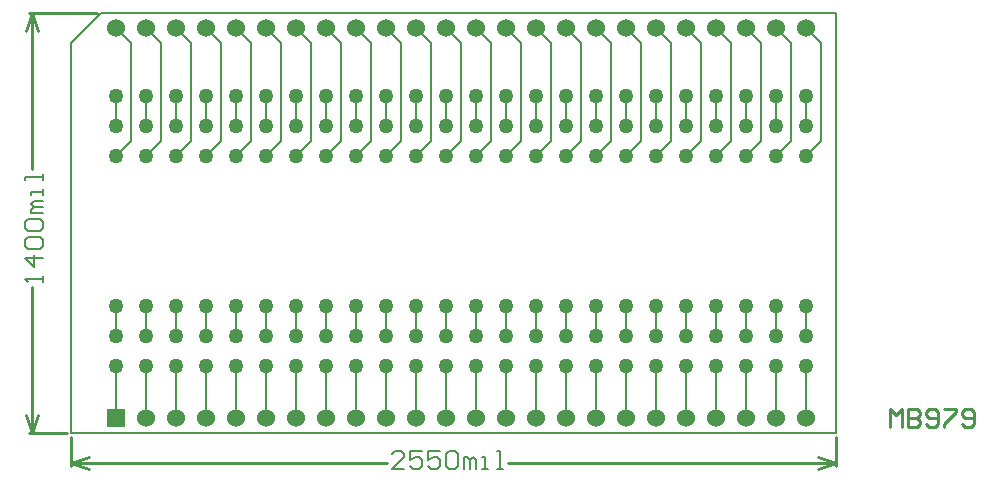
<source format=gbr>
%FSTAX23Y23*%
%MOIN*%
%SFA1B1*%

%IPPOS*%
%ADD10C,0.008000*%
%ADD11C,0.010000*%
%ADD12C,0.005000*%
%ADD13C,0.006000*%
%ADD14C,0.050000*%
%ADD15C,0.060000*%
%ADD16R,0.060000X0.060000*%
%LNmb979-1*%
%LPD*%
G54D10*
X503Y513D02*
X5035Y5125D01*
Y50925D02*
Y5125D01*
X503Y50875D02*
X5035Y50925D01*
X503Y50975D02*
Y51075D01*
X502Y513D02*
X5025Y5125D01*
Y50925D02*
Y5125D01*
X502Y50875D02*
X5025Y50925D01*
X502Y50975D02*
Y51075D01*
X501Y513D02*
X5015Y5125D01*
Y50925D02*
Y5125D01*
X501Y50875D02*
X5015Y50925D01*
X501Y50975D02*
Y51075D01*
X5005Y50925D02*
Y5125D01*
X5Y50875D02*
X5005Y50925D01*
X5Y513D02*
X5005Y5125D01*
X5Y50975D02*
Y51075D01*
X499Y513D02*
X4995Y5125D01*
Y50925D02*
Y5125D01*
X499Y50875D02*
X4995Y50925D01*
X499Y50975D02*
Y51075D01*
X498Y513D02*
X4985Y5125D01*
Y50925D02*
Y5125D01*
X498Y50875D02*
X4985Y50925D01*
X498Y50975D02*
Y51075D01*
X497Y513D02*
X4975Y5125D01*
Y50925D02*
Y5125D01*
X497Y50875D02*
X4975Y50925D01*
X497Y50975D02*
Y51075D01*
X496Y513D02*
X4965Y5125D01*
Y50925D02*
Y5125D01*
X496Y50875D02*
X4965Y50925D01*
X496Y50975D02*
Y51075D01*
X495Y513D02*
X4955Y5125D01*
Y50925D02*
Y5125D01*
X495Y50875D02*
X4955Y50925D01*
X495Y50975D02*
Y51075D01*
X494Y513D02*
X4945Y5125D01*
Y50925D02*
Y5125D01*
X494Y50875D02*
X4945Y50925D01*
X494Y50975D02*
Y51075D01*
X493Y513D02*
X4935Y5125D01*
Y50925D02*
Y5125D01*
X493Y50875D02*
X4935Y50925D01*
X493Y50975D02*
Y51075D01*
X492Y513D02*
X4925Y5125D01*
Y50925D02*
Y5125D01*
X492Y50875D02*
X4925Y50925D01*
X492Y50975D02*
Y51075D01*
X491Y513D02*
X4915Y5125D01*
Y50925D02*
Y5125D01*
X491Y50875D02*
X4915Y50925D01*
X491Y50975D02*
Y51075D01*
X49Y513D02*
X4905Y5125D01*
Y50925D02*
Y5125D01*
X49Y50875D02*
X4905Y50925D01*
X49Y50975D02*
Y51075D01*
X489Y513D02*
X4895Y5125D01*
Y50925D02*
Y5125D01*
X489Y50875D02*
X4895Y50925D01*
X489Y50975D02*
Y51075D01*
X488Y513D02*
X4885Y5125D01*
Y50925D02*
Y5125D01*
X488Y50875D02*
X4885Y50925D01*
X488Y50975D02*
Y51075D01*
X4875Y50925D02*
Y5125D01*
X487Y513D02*
X4875Y5125D01*
X487Y50875D02*
X4875Y50925D01*
X487Y50975D02*
Y51075D01*
X486Y513D02*
X4865Y5125D01*
Y50925D02*
Y5125D01*
X486Y50875D02*
X4865Y50925D01*
X486Y50975D02*
Y51075D01*
X485Y513D02*
X4855Y5125D01*
Y50925D02*
Y5125D01*
X485Y50875D02*
X4855Y50925D01*
X485Y50975D02*
Y51075D01*
X484Y50975D02*
Y51075D01*
Y513D02*
X4845Y5125D01*
Y50925D02*
Y5125D01*
X484Y50875D02*
X4845Y50925D01*
X483Y50875D02*
X4835Y50925D01*
Y5125*
X483Y513D02*
X4835Y5125D01*
X483Y50975D02*
Y51075D01*
X482Y513D02*
X4825Y5125D01*
Y50925D02*
Y5125D01*
X482Y50875D02*
X4825Y50925D01*
X482Y50975D02*
Y51075D01*
X481Y513D02*
X4815Y5125D01*
Y50925D02*
Y5125D01*
X481Y50875D02*
X4815Y50925D01*
X481Y50975D02*
Y51075D01*
X48Y513D02*
X4805Y5125D01*
Y50925D02*
Y5125D01*
X48Y50875D02*
X4805Y50925D01*
X48Y50975D02*
Y51075D01*
X483Y50275D02*
Y50375D01*
X482Y50275D02*
Y50375D01*
X481Y50275D02*
Y50375D01*
X48Y50275D02*
Y50375D01*
X484Y50275D02*
Y50375D01*
X485Y50275D02*
Y50375D01*
X486Y50275D02*
Y50375D01*
X487Y50275D02*
Y50375D01*
X488Y50275D02*
Y50375D01*
X489Y50275D02*
Y50375D01*
X49Y50275D02*
Y50375D01*
X491Y50275D02*
Y50375D01*
X492Y50275D02*
Y50375D01*
X493Y50275D02*
Y50375D01*
X494Y50275D02*
Y50375D01*
X495Y50275D02*
Y50375D01*
X496Y50275D02*
Y50375D01*
X497Y50275D02*
Y50375D01*
X498Y50275D02*
Y50375D01*
X499Y50275D02*
Y50375D01*
X5Y50275D02*
Y50375D01*
X501Y50275D02*
Y50375D01*
X502Y50275D02*
Y50375D01*
X503Y50275D02*
Y50375D01*
X481Y5D02*
Y50175D01*
X482Y5D02*
Y50175D01*
X483Y5D02*
Y50175D01*
X484Y5D02*
Y50175D01*
X485Y5D02*
Y50175D01*
X486Y5D02*
Y50175D01*
X487Y5D02*
Y50175D01*
X488Y5D02*
Y50175D01*
X489Y5D02*
Y50175D01*
X49Y5D02*
Y50175D01*
X491Y5D02*
Y50175D01*
X492Y5D02*
Y50175D01*
X493Y5D02*
Y50175D01*
X494Y5D02*
Y50175D01*
X495Y4999D02*
Y50175D01*
X496Y5D02*
Y50175D01*
X497Y5D02*
Y50175D01*
X498Y5D02*
Y50175D01*
X499Y5D02*
Y50175D01*
X5Y5D02*
Y50175D01*
X501Y5D02*
Y50175D01*
X502Y5D02*
Y50175D01*
X503Y5D02*
Y50175D01*
X48Y5D02*
Y50175D01*
G54D11*
X5058Y4997D02*
Y5003D01*
X506Y5001*
X5062Y5003*
Y4997*
X5064Y5003D02*
Y4997D01*
X5067*
X5068Y4998*
Y4999*
X5067Y5*
X5064*
X5067*
X5068Y5001*
Y5002*
X5067Y5003*
X5064*
X507Y4998D02*
X5071Y4997D01*
X5073*
X5074Y4998*
Y5002*
X5073Y5003*
X5071*
X507Y5002*
Y5001*
X5071Y5*
X5074*
X5076Y5003D02*
X508D01*
Y5002*
X5076Y4998*
Y4997*
X5082Y4998D02*
X5083Y4997D01*
X5085*
X5086Y4998*
Y5002*
X5085Y5003*
X5083*
X5082Y5002*
Y5001*
X5083Y5*
X5086*
X504Y4984D02*
Y49938D01*
X4785Y4984D02*
Y49938D01*
X49306Y4985D02*
X504D01*
X4785D02*
X48904D01*
X5034Y4987D02*
X504Y4985D01*
X5034Y4983D02*
X504Y4985D01*
X4785D02*
X4791Y4983D01*
X4785Y4985D02*
X4791Y4987D01*
X4771Y5135D02*
X47938D01*
X4771Y4995D02*
X47838D01*
X4772Y5083D02*
Y5135D01*
Y4995D02*
Y50438D01*
X477Y5129D02*
X4772Y5135D01*
X4774Y5129*
X4772Y4995D02*
X4774Y5001D01*
X477D02*
X4772Y4995D01*
G54D12*
X4795Y5135D02*
X504D01*
X4785Y4995D02*
Y5125D01*
X4795Y5135*
X504Y4995D02*
Y5135D01*
X4785Y4995D02*
X504D01*
G54D13*
X4896Y4983D02*
X4892D01*
X4896Y4987*
Y4988*
X4895Y4989*
X4893*
X4892Y4988*
X4902Y4989D02*
X4898D01*
Y4986*
X49Y4987*
X4901*
X4902Y4986*
Y4984*
X4901Y4983*
X4899*
X4898Y4984*
X4908Y4989D02*
X4904D01*
Y4986*
X4906Y4987*
X4907*
X4908Y4986*
Y4984*
X4907Y4983*
X4905*
X4904Y4984*
X491Y4988D02*
X4911Y4989D01*
X4913*
X4914Y4988*
Y4984*
X4913Y4983*
X4911*
X491Y4984*
Y4988*
X4916Y4983D02*
Y4987D01*
X4917*
X4918Y4986*
Y4983*
Y4986*
X4919Y4987*
X492Y4986*
Y4983*
X4922D02*
X4924D01*
X4923*
Y4987*
X4922*
X4927Y4983D02*
X4929D01*
X4928*
Y4989*
X4927*
X47756Y50454D02*
Y50474D01*
Y50464*
X47696*
X47706Y50454*
X47756Y50534D02*
X47696D01*
X47726Y50504*
Y50544*
X47706Y50564D02*
X47696Y50574D01*
Y50594*
X47706Y50604*
X47746*
X47756Y50594*
Y50574*
X47746Y50564*
X47706*
Y50624D02*
X47696Y50634D01*
Y50654*
X47706Y50664*
X47746*
X47756Y50654*
Y50634*
X47746Y50624*
X47706*
X47756Y50684D02*
X47716D01*
Y50694*
X47726Y50704*
X47756*
X47726*
X47716Y50714*
X47726Y50724*
X47756*
Y50744D02*
Y50764D01*
Y50754*
X47716*
Y50744*
X47756Y50794D02*
Y50814D01*
Y50804*
X47696*
Y50794*
G54D14*
X501Y51075D03*
X5D03*
X499D03*
X498D03*
X497D03*
X496D03*
X495D03*
X494D03*
X493D03*
X492D03*
X491D03*
X49D03*
X489D03*
X484D03*
X481D03*
X482D03*
X48D03*
X483D03*
X485D03*
X486D03*
X487D03*
X488D03*
X503D03*
X502D03*
Y50375D03*
X503D03*
X488D03*
X487D03*
X486D03*
X485D03*
X483D03*
X48D03*
X482D03*
X481D03*
X484D03*
X489D03*
X49D03*
X491D03*
X492D03*
X493D03*
X494D03*
X495D03*
X496D03*
X497D03*
X498D03*
X499D03*
X5D03*
X501D03*
X503Y50975D03*
Y50875D03*
X502Y50975D03*
Y50875D03*
X501Y50975D03*
Y50875D03*
X5Y50975D03*
Y50875D03*
X48D03*
X498Y50975D03*
Y50875D03*
X497Y50975D03*
Y50875D03*
X496Y50975D03*
Y50875D03*
X495Y50975D03*
Y50875D03*
X494Y50975D03*
Y50875D03*
X493Y50975D03*
Y50875D03*
X492Y50975D03*
Y50875D03*
X491Y50975D03*
Y50875D03*
X49Y50975D03*
Y50875D03*
X489Y50975D03*
Y50875D03*
X488Y50975D03*
Y50875D03*
X487Y50975D03*
Y50875D03*
X486Y50975D03*
Y50875D03*
X485Y50975D03*
Y50875D03*
X484Y50975D03*
Y50875D03*
X483Y50975D03*
Y50875D03*
X482Y50975D03*
Y50875D03*
X481Y50975D03*
Y50875D03*
X48Y50975D03*
X499D03*
Y50875D03*
X503Y50275D03*
Y50175D03*
X502Y50275D03*
Y50175D03*
X501Y50275D03*
Y50175D03*
X5Y50275D03*
Y50175D03*
X48D03*
X498Y50275D03*
Y50175D03*
X497Y50275D03*
Y50175D03*
X496Y50275D03*
Y50175D03*
X495Y50275D03*
Y50175D03*
X494Y50275D03*
Y50175D03*
X493Y50275D03*
Y50175D03*
X492Y50275D03*
Y50175D03*
X491Y50275D03*
Y50175D03*
X49Y50275D03*
Y50175D03*
X489Y50275D03*
Y50175D03*
X488Y50275D03*
Y50175D03*
X487Y50275D03*
Y50175D03*
X486Y50275D03*
Y50175D03*
X485Y50275D03*
Y50175D03*
X484Y50275D03*
Y50175D03*
X483Y50275D03*
Y50175D03*
X482Y50275D03*
Y50175D03*
X481Y50275D03*
Y50175D03*
X48Y50275D03*
X499D03*
Y50175D03*
G54D15*
X491Y513D03*
X486D03*
X488D03*
X503Y5D03*
X502D03*
X49Y513D03*
X489D03*
X501Y5D03*
X5D03*
X487Y513D03*
X499Y5D03*
X498D03*
X485Y513D03*
X484D03*
X483D03*
X482D03*
X481D03*
X48D03*
X503D03*
X502D03*
X501D03*
X5D03*
X499D03*
X498D03*
X497D03*
X496D03*
X495D03*
X494D03*
X493D03*
X492D03*
X497Y5D03*
X496D03*
X495D03*
X494D03*
X493D03*
X492D03*
X491D03*
X49D03*
X489D03*
X488D03*
X487D03*
X486D03*
X485D03*
X484D03*
X483D03*
X482D03*
X481D03*
G54D16*
X48Y5D03*
M02*
</source>
